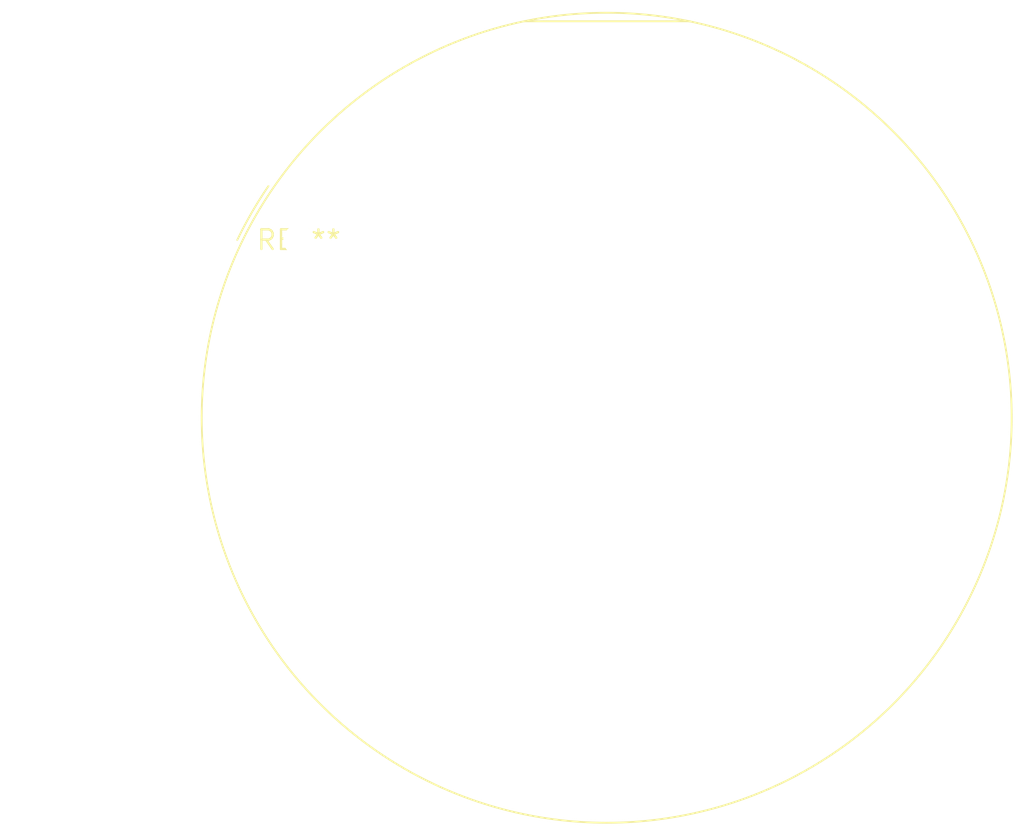
<source format=kicad_pcb>
(kicad_pcb (version 20240108) (generator pcbnew)
  (layers (0 "F.Cu" signal) (31 "B.Cu" signal) (34 "B.Paste" user) (35 "F.Paste" user) (36 "B.SilkS" user "B.Silkscreen") (37 "F.SilkS" user "F.Silkscreen") (38 "B.Mask" user) (39 "F.Mask" user) (44 "Edge.Cuts" user))
  (net 0 "")
  (footprint "L_CommonMode_TDK_B82746S4143A040" (layer "F.Cu") (at 0 0)
    (property "Reference" "REF**")
    (property "Value" "L_CommonMode_TDK_B82746S4143A040")
    (fp_line (start 14.61 -14.15) (end 25.31 -14.15) (layer "F.SilkS") (stroke (width 0.12)))
    (fp_arc (start -3.981416 0) (mid -3.038806 -1.782253) (end -1.963537 -3.487754) (layer "F.SilkS") (stroke (width 0.12)))
    (fp_circle (center 19.918584 11.5) (end 46.118584 11.5) (layer "F.SilkS") (stroke (width 0.12)) (fill none))
    (pad "1" thru_hole roundrect (at 0 0 150) (size 3.5 3.5) (drill 2) (layers *.Cu *.Mask) (remove_unused_layers))
    (pad "2" thru_hole circle (at 19.918584 34.5 20) (size 3.5 3.5) (drill 2) (layers *.Cu *.Mask) (remove_unused_layers))
    (pad "3" thru_hole circle (at 39.837168 0 260) (size 3.5 3.5) (drill 2) (layers *.Cu *.Mask) (remove_unused_layers))
    (pad "4" thru_hole circle (at 26.4718 16.088611 52) (size 3.5 3.5) (drill 2) (layers *.Cu *.Mask) (remove_unused_layers))
    (pad "5" thru_hole circle (at 12.668122 14.880946 292) (size 3.5 3.5) (drill 2) (layers *.Cu *.Mask) (remove_unused_layers))
    (pad "6" thru_hole circle (at 20.61583 3.530442 172) (size 3.5 3.5) (drill 2) (layers *.Cu *.Mask) (remove_unused_layers))
  )
)
</source>
